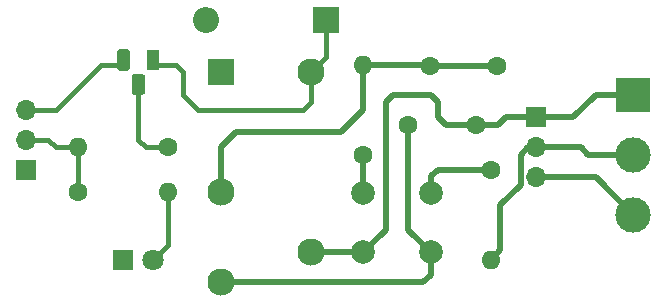
<source format=gbr>
G04 #@! TF.GenerationSoftware,KiCad,Pcbnew,(5.1.4-0-10_14)*
G04 #@! TF.CreationDate,2022-05-28T07:52:33+02:00*
G04 #@! TF.ProjectId,new_rele,6e65775f-7265-46c6-952e-6b696361645f,rev?*
G04 #@! TF.SameCoordinates,Original*
G04 #@! TF.FileFunction,Copper,L2,Bot*
G04 #@! TF.FilePolarity,Positive*
%FSLAX46Y46*%
G04 Gerber Fmt 4.6, Leading zero omitted, Abs format (unit mm)*
G04 Created by KiCad (PCBNEW (5.1.4-0-10_14)) date 2022-05-28 07:52:33*
%MOMM*%
%LPD*%
G04 APERTURE LIST*
%ADD10C,2.000000*%
%ADD11R,1.800000X1.800000*%
%ADD12C,1.800000*%
%ADD13R,2.200000X2.200000*%
%ADD14O,2.200000X2.200000*%
%ADD15R,1.700000X1.700000*%
%ADD16O,1.700000X1.700000*%
%ADD17R,3.000000X3.000000*%
%ADD18C,3.000000*%
%ADD19C,0.100000*%
%ADD20C,1.100000*%
%ADD21R,1.100000X1.800000*%
%ADD22O,1.600000X1.600000*%
%ADD23C,1.600000*%
%ADD24R,2.300000X2.300000*%
%ADD25C,2.300000*%
%ADD26C,0.508000*%
%ADD27C,0.250000*%
%ADD28C,0.406400*%
G04 APERTURE END LIST*
D10*
X69850000Y-67945000D03*
X69850000Y-62945000D03*
X64135000Y-62945000D03*
X64135000Y-67945000D03*
D11*
X43815000Y-68580000D03*
D12*
X46355000Y-68580000D03*
D13*
X60960000Y-48260000D03*
D14*
X50800000Y-48260000D03*
D15*
X35560000Y-60960000D03*
D16*
X35560000Y-58420000D03*
X35560000Y-55880000D03*
D17*
X86995000Y-54610000D03*
D18*
X86995000Y-59690000D03*
X86995000Y-64770000D03*
D16*
X78740000Y-61595000D03*
X78740000Y-59055000D03*
D15*
X78740000Y-56515000D03*
D19*
G36*
X45386955Y-52841324D02*
G01*
X45413650Y-52845284D01*
X45439828Y-52851841D01*
X45465238Y-52860933D01*
X45489634Y-52872472D01*
X45512782Y-52886346D01*
X45534458Y-52902422D01*
X45554454Y-52920546D01*
X45572578Y-52940542D01*
X45588654Y-52962218D01*
X45602528Y-52985366D01*
X45614067Y-53009762D01*
X45623159Y-53035172D01*
X45629716Y-53061350D01*
X45633676Y-53088045D01*
X45635000Y-53115000D01*
X45635000Y-54365000D01*
X45633676Y-54391955D01*
X45629716Y-54418650D01*
X45623159Y-54444828D01*
X45614067Y-54470238D01*
X45602528Y-54494634D01*
X45588654Y-54517782D01*
X45572578Y-54539458D01*
X45554454Y-54559454D01*
X45534458Y-54577578D01*
X45512782Y-54593654D01*
X45489634Y-54607528D01*
X45465238Y-54619067D01*
X45439828Y-54628159D01*
X45413650Y-54634716D01*
X45386955Y-54638676D01*
X45360000Y-54640000D01*
X44810000Y-54640000D01*
X44783045Y-54638676D01*
X44756350Y-54634716D01*
X44730172Y-54628159D01*
X44704762Y-54619067D01*
X44680366Y-54607528D01*
X44657218Y-54593654D01*
X44635542Y-54577578D01*
X44615546Y-54559454D01*
X44597422Y-54539458D01*
X44581346Y-54517782D01*
X44567472Y-54494634D01*
X44555933Y-54470238D01*
X44546841Y-54444828D01*
X44540284Y-54418650D01*
X44536324Y-54391955D01*
X44535000Y-54365000D01*
X44535000Y-53115000D01*
X44536324Y-53088045D01*
X44540284Y-53061350D01*
X44546841Y-53035172D01*
X44555933Y-53009762D01*
X44567472Y-52985366D01*
X44581346Y-52962218D01*
X44597422Y-52940542D01*
X44615546Y-52920546D01*
X44635542Y-52902422D01*
X44657218Y-52886346D01*
X44680366Y-52872472D01*
X44704762Y-52860933D01*
X44730172Y-52851841D01*
X44756350Y-52845284D01*
X44783045Y-52841324D01*
X44810000Y-52840000D01*
X45360000Y-52840000D01*
X45386955Y-52841324D01*
X45386955Y-52841324D01*
G37*
D20*
X45085000Y-53740000D03*
D19*
G36*
X44116955Y-50771324D02*
G01*
X44143650Y-50775284D01*
X44169828Y-50781841D01*
X44195238Y-50790933D01*
X44219634Y-50802472D01*
X44242782Y-50816346D01*
X44264458Y-50832422D01*
X44284454Y-50850546D01*
X44302578Y-50870542D01*
X44318654Y-50892218D01*
X44332528Y-50915366D01*
X44344067Y-50939762D01*
X44353159Y-50965172D01*
X44359716Y-50991350D01*
X44363676Y-51018045D01*
X44365000Y-51045000D01*
X44365000Y-52295000D01*
X44363676Y-52321955D01*
X44359716Y-52348650D01*
X44353159Y-52374828D01*
X44344067Y-52400238D01*
X44332528Y-52424634D01*
X44318654Y-52447782D01*
X44302578Y-52469458D01*
X44284454Y-52489454D01*
X44264458Y-52507578D01*
X44242782Y-52523654D01*
X44219634Y-52537528D01*
X44195238Y-52549067D01*
X44169828Y-52558159D01*
X44143650Y-52564716D01*
X44116955Y-52568676D01*
X44090000Y-52570000D01*
X43540000Y-52570000D01*
X43513045Y-52568676D01*
X43486350Y-52564716D01*
X43460172Y-52558159D01*
X43434762Y-52549067D01*
X43410366Y-52537528D01*
X43387218Y-52523654D01*
X43365542Y-52507578D01*
X43345546Y-52489454D01*
X43327422Y-52469458D01*
X43311346Y-52447782D01*
X43297472Y-52424634D01*
X43285933Y-52400238D01*
X43276841Y-52374828D01*
X43270284Y-52348650D01*
X43266324Y-52321955D01*
X43265000Y-52295000D01*
X43265000Y-51045000D01*
X43266324Y-51018045D01*
X43270284Y-50991350D01*
X43276841Y-50965172D01*
X43285933Y-50939762D01*
X43297472Y-50915366D01*
X43311346Y-50892218D01*
X43327422Y-50870542D01*
X43345546Y-50850546D01*
X43365542Y-50832422D01*
X43387218Y-50816346D01*
X43410366Y-50802472D01*
X43434762Y-50790933D01*
X43460172Y-50781841D01*
X43486350Y-50775284D01*
X43513045Y-50771324D01*
X43540000Y-50770000D01*
X44090000Y-50770000D01*
X44116955Y-50771324D01*
X44116955Y-50771324D01*
G37*
D20*
X43815000Y-51670000D03*
D21*
X46355000Y-51670000D03*
D22*
X47625000Y-62865000D03*
D23*
X40005000Y-62865000D03*
X47625000Y-59055000D03*
D22*
X40005000Y-59055000D03*
D23*
X74930000Y-60960000D03*
D22*
X74930000Y-68580000D03*
X64135000Y-52070000D03*
D23*
X64135000Y-59690000D03*
X67945000Y-57150000D03*
X69745000Y-52150000D03*
X75460000Y-52150000D03*
X73660000Y-57150000D03*
D24*
X52070000Y-52705000D03*
D25*
X52070000Y-62865000D03*
X52070000Y-70485000D03*
X59690000Y-67945000D03*
X59690000Y-52705000D03*
D26*
X52070000Y-70485000D02*
X69215000Y-70485000D01*
X69850000Y-69850000D02*
X69850000Y-67945000D01*
X69215000Y-70485000D02*
X69850000Y-69850000D01*
X67945000Y-66040000D02*
X69850000Y-67945000D01*
X67945000Y-57150000D02*
X67945000Y-66040000D01*
X83820000Y-61595000D02*
X86995000Y-64770000D01*
D27*
X80010000Y-61595000D02*
X78740000Y-61595000D01*
D26*
X80391000Y-61595000D02*
X78740000Y-61595000D01*
X80010000Y-61595000D02*
X80391000Y-61595000D01*
X80391000Y-61595000D02*
X83820000Y-61595000D01*
X69850000Y-61530787D02*
X70420787Y-60960000D01*
X69850000Y-62945000D02*
X69850000Y-61530787D01*
X70420787Y-60960000D02*
X74930000Y-60960000D01*
X64135000Y-59690000D02*
X64135000Y-62945000D01*
X59690000Y-67945000D02*
X64135000Y-67945000D01*
X64135000Y-67945000D02*
X66040000Y-66040000D01*
X66040000Y-66040000D02*
X66040000Y-55245000D01*
X66040000Y-55245000D02*
X66675000Y-54610000D01*
X66675000Y-54610000D02*
X69850000Y-54610000D01*
X69850000Y-54610000D02*
X70485000Y-55245000D01*
X70485000Y-55245000D02*
X70485000Y-56515000D01*
X71120000Y-57150000D02*
X73660000Y-57150000D01*
X70485000Y-56515000D02*
X71120000Y-57150000D01*
X73660000Y-57150000D02*
X75565000Y-57150000D01*
X76200000Y-56515000D02*
X80010000Y-56515000D01*
X75565000Y-57150000D02*
X76200000Y-56515000D01*
X80010000Y-56515000D02*
X81915000Y-56515000D01*
X83820000Y-54610000D02*
X86995000Y-54610000D01*
X81915000Y-56515000D02*
X83820000Y-54610000D01*
D28*
X47625000Y-67310000D02*
X46355000Y-68580000D01*
X47625000Y-62865000D02*
X47625000Y-67310000D01*
X60960000Y-51435000D02*
X59690000Y-52705000D01*
X60960000Y-48260000D02*
X60960000Y-51435000D01*
X46355000Y-52070000D02*
X48260000Y-52070000D01*
X48260000Y-52070000D02*
X48895000Y-52705000D01*
X48895000Y-52705000D02*
X48895000Y-54610000D01*
X48895000Y-54610000D02*
X50165000Y-55880000D01*
X50165000Y-55880000D02*
X59055000Y-55880000D01*
X59690000Y-55245000D02*
X59690000Y-52705000D01*
X59055000Y-55880000D02*
X59690000Y-55245000D01*
X35560000Y-58420000D02*
X37465000Y-58420000D01*
X38100000Y-59055000D02*
X40005000Y-59055000D01*
X37465000Y-58420000D02*
X38100000Y-59055000D01*
X40005000Y-59055000D02*
X40005000Y-62865000D01*
X35560000Y-55880000D02*
X38100000Y-55880000D01*
X41910000Y-52070000D02*
X43815000Y-52070000D01*
X38100000Y-55880000D02*
X41910000Y-52070000D01*
D26*
X64135000Y-52070000D02*
X64135000Y-55880000D01*
X64135000Y-55880000D02*
X62230000Y-57785000D01*
X62230000Y-57785000D02*
X53340000Y-57785000D01*
X52070000Y-59055000D02*
X52070000Y-62865000D01*
X53340000Y-57785000D02*
X52070000Y-59055000D01*
X69665000Y-52070000D02*
X69745000Y-52150000D01*
X64135000Y-52070000D02*
X69665000Y-52070000D01*
X69745000Y-52150000D02*
X75460000Y-52150000D01*
X80010000Y-59055000D02*
X82550000Y-59055000D01*
X83185000Y-59690000D02*
X86995000Y-59690000D01*
X82550000Y-59055000D02*
X83185000Y-59690000D01*
X75729999Y-67780001D02*
X75729999Y-63970001D01*
X74930000Y-68580000D02*
X75729999Y-67780001D01*
X75729999Y-63970001D02*
X77470000Y-62230000D01*
X77470000Y-62230000D02*
X77470000Y-59690000D01*
X78807919Y-59055000D02*
X80010000Y-59055000D01*
X78105000Y-59055000D02*
X78807919Y-59055000D01*
X77470000Y-59690000D02*
X78105000Y-59055000D01*
D28*
X45085000Y-53340000D02*
X45085000Y-58420000D01*
X45720000Y-59055000D02*
X47625000Y-59055000D01*
X45085000Y-58420000D02*
X45720000Y-59055000D01*
M02*

</source>
